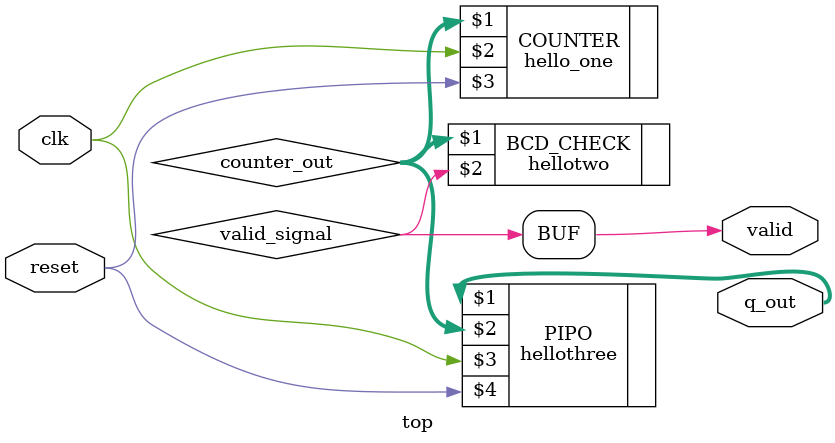
<source format=v>
module top(clk, reset, q_out, valid);
    input clk, reset;
    output [3:0] q_out;
    output valid;

    wire [3:0] counter_out;
    wire valid_signal;

    hello_one COUNTER(counter_out, clk, reset);

    hellotwo BCD_CHECK(counter_out, valid_signal);

    hellothree PIPO(q_out, counter_out, clk, reset);

    assign valid = valid_signal;

endmodule

</source>
